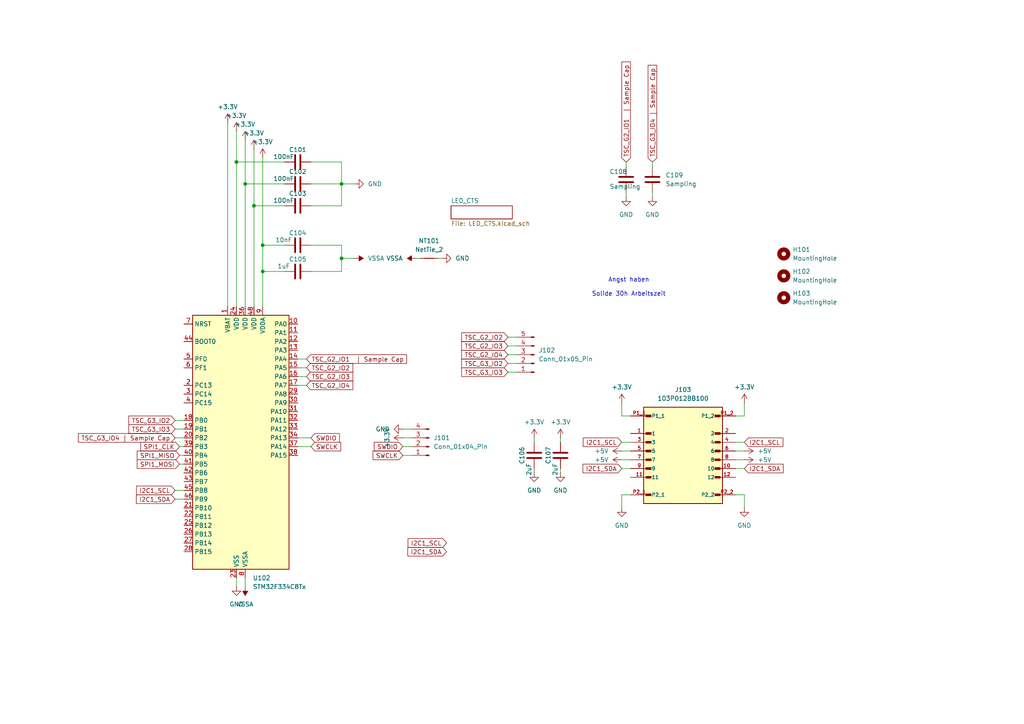
<source format=kicad_sch>
(kicad_sch (version 20231120) (generator "eeschema") (generator_version "8.0")
  (paper "A4")
  (lib_symbols
    (symbol "103P012BB100:103P012BB100" (pin_names (offset 1.016))
      (property "Reference" "J" (at -11.43 13.462 0))
      (property "Value" "103P012BB100" (at -11.43 -17.78 0))
      (symbol "103P012BB100_0_0"
        (rectangle (start -11.43 -15.24) (end 11.43 12.7) (stroke (width 0.254)) (fill (type background)))
        (rectangle (start -10.795 -13.0175) (end -9.2075 -12.3825) (stroke (width 0.1)) (fill (type outline)))
        (rectangle (start -10.795 -7.9375) (end -9.2075 -7.3025) (stroke (width 0.1)) (fill (type outline)))
        (rectangle (start -10.795 -5.3975) (end -9.2075 -4.7625) (stroke (width 0.1)) (fill (type outline)))
        (rectangle (start -10.795 -2.8575) (end -9.2075 -2.2225) (stroke (width 0.1)) (fill (type outline)))
        (rectangle (start -10.795 -0.3175) (end -9.2075 0.3175) (stroke (width 0.1)) (fill (type outline)))
        (rectangle (start -10.795 2.2225) (end -9.2075 2.8575) (stroke (width 0.1)) (fill (type outline)))
        (rectangle (start -10.795 4.7625) (end -9.2075 5.3975) (stroke (width 0.1)) (fill (type outline)))
        (rectangle (start -10.795 9.8425) (end -9.2075 10.4775) (stroke (width 0.1)) (fill (type outline)))
        (rectangle (start 9.2075 -13.0175) (end 10.795 -12.3825) (stroke (width 0.1)) (fill (type outline)))
        (rectangle (start 9.2075 -7.9375) (end 10.795 -7.3025) (stroke (width 0.1)) (fill (type outline)))
        (rectangle (start 9.2075 -5.3975) (end 10.795 -4.7625) (stroke (width 0.1)) (fill (type outline)))
        (rectangle (start 9.2075 -2.8575) (end 10.795 -2.2225) (stroke (width 0.1)) (fill (type outline)))
        (rectangle (start 9.2075 -0.3175) (end 10.795 0.3175) (stroke (width 0.1)) (fill (type outline)))
        (rectangle (start 9.2075 2.2225) (end 10.795 2.8575) (stroke (width 0.1)) (fill (type outline)))
        (rectangle (start 9.2075 4.7625) (end 10.795 5.3975) (stroke (width 0.1)) (fill (type outline)))
        (rectangle (start 9.2075 9.8425) (end 10.795 10.4775) (stroke (width 0.1)) (fill (type outline)))
        (pin passive line (at -15.24 5.08 0) (length 5.08) (name "1") (number "1"))
        (pin passive line (at 15.24 -5.08 180) (length 5.08) (name "10") (number "10"))
        (pin passive line (at -15.24 -7.62 0) (length 5.08) (name "11") (number "11"))
        (pin passive line (at 15.24 -7.62 180) (length 5.08) (name "12") (number "12"))
        (pin passive line (at 15.24 5.08 180) (length 5.08) (name "2") (number "2"))
        (pin passive line (at -15.24 2.54 0) (length 5.08) (name "3") (number "3"))
        (pin passive line (at 15.24 2.54 180) (length 5.08) (name "4") (number "4"))
        (pin passive line (at -15.24 0 0) (length 5.08) (name "5") (number "5"))
        (pin passive line (at 15.24 0 180) (length 5.08) (name "6") (number "6"))
        (pin passive line (at -15.24 -2.54 0) (length 5.08) (name "7") (number "7"))
        (pin passive line (at 15.24 -2.54 180) (length 5.08) (name "8") (number "8"))
        (pin passive line (at -15.24 -5.08 0) (length 5.08) (name "9") (number "9"))
        (pin power_in line (at -15.24 10.16 0) (length 5.08) (name "P1_1") (number "P1_1"))
        (pin power_in line (at 15.24 10.16 180) (length 5.08) (name "P1_2") (number "P1_2"))
        (pin power_in line (at -15.24 -12.7 0) (length 5.08) (name "P2_1") (number "P2_1"))
        (pin power_in line (at 15.24 -12.7 180) (length 5.08) (name "P2_2") (number "P2_2"))
      )
    )
    (symbol "Connector:Conn_01x04_Pin" (pin_names (offset 1.016) hide)
      (property "Reference" "J" (at 0 5.08 0))
      (property "Value" "Conn_01x04_Pin" (at 0 -7.62 0))
      (symbol "Conn_01x04_Pin_1_1"
        (polyline (pts (xy 1.27 -5.08) (xy 0.8636 -5.08)) (stroke (width 0.1524)))
        (polyline (pts (xy 1.27 -2.54) (xy 0.8636 -2.54)) (stroke (width 0.1524)))
        (polyline (pts (xy 1.27 0) (xy 0.8636 0)) (stroke (width 0.1524)))
        (polyline (pts (xy 1.27 2.54) (xy 0.8636 2.54)) (stroke (width 0.1524)))
        (rectangle (start 0.8636 -4.953) (end 0 -5.207) (stroke (width 0.1524)) (fill (type outline)))
        (rectangle (start 0.8636 -2.413) (end 0 -2.667) (stroke (width 0.1524)) (fill (type outline)))
        (rectangle (start 0.8636 0.127) (end 0 -0.127) (stroke (width 0.1524)) (fill (type outline)))
        (rectangle (start 0.8636 2.667) (end 0 2.413) (stroke (width 0.1524)) (fill (type outline)))
        (pin passive line (at 5.08 2.54 180) (length 3.81) (name "Pin_1") (number "1"))
        (pin passive line (at 5.08 0 180) (length 3.81) (name "Pin_2") (number "2"))
        (pin passive line (at 5.08 -2.54 180) (length 3.81) (name "Pin_3") (number "3"))
        (pin passive line (at 5.08 -5.08 180) (length 3.81) (name "Pin_4") (number "4"))
      )
    )
    (symbol "Connector:Conn_01x05_Pin" (pin_names (offset 1.016) hide)
      (property "Reference" "J" (at 0 7.62 0))
      (property "Value" "Conn_01x05_Pin" (at 0 -7.62 0))
      (symbol "Conn_01x05_Pin_1_1"
        (polyline (pts (xy 1.27 -5.08) (xy 0.8636 -5.08)) (stroke (width 0.1524)))
        (polyline (pts (xy 1.27 -2.54) (xy 0.8636 -2.54)) (stroke (width 0.1524)))
        (polyline (pts (xy 1.27 0) (xy 0.8636 0)) (stroke (width 0.1524)))
        (polyline (pts (xy 1.27 2.54) (xy 0.8636 2.54)) (stroke (width 0.1524)))
        (polyline (pts (xy 1.27 5.08) (xy 0.8636 5.08)) (stroke (width 0.1524)))
        (rectangle (start 0.8636 -4.953) (end 0 -5.207) (stroke (width 0.1524)) (fill (type outline)))
        (rectangle (start 0.8636 -2.413) (end 0 -2.667) (stroke (width 0.1524)) (fill (type outline)))
        (rectangle (start 0.8636 0.127) (end 0 -0.127) (stroke (width 0.1524)) (fill (type outline)))
        (rectangle (start 0.8636 2.667) (end 0 2.413) (stroke (width 0.1524)) (fill (type outline)))
        (rectangle (start 0.8636 5.207) (end 0 4.953) (stroke (width 0.1524)) (fill (type outline)))
        (pin passive line (at 5.08 5.08 180) (length 3.81) (name "Pin_1") (number "1"))
        (pin passive line (at 5.08 2.54 180) (length 3.81) (name "Pin_2") (number "2"))
        (pin passive line (at 5.08 0 180) (length 3.81) (name "Pin_3") (number "3"))
        (pin passive line (at 5.08 -2.54 180) (length 3.81) (name "Pin_4") (number "4"))
        (pin passive line (at 5.08 -5.08 180) (length 3.81) (name "Pin_5") (number "5"))
      )
    )
    (symbol "Device:C" (pin_numbers hide) (pin_names (offset 0.254))
      (property "Reference" "C" (at 0.635 2.54 0))
      (property "Value" "C" (at 0.635 -2.54 0))
      (symbol "C_0_1"
        (polyline (pts (xy -2.032 -0.762) (xy 2.032 -0.762)) (stroke (width 0.508)))
        (polyline (pts (xy -2.032 0.762) (xy 2.032 0.762)) (stroke (width 0.508)))
      )
      (symbol "C_1_1"
        (pin passive line (at 0 3.81 270) (length 2.794) (name "~") (number "1"))
        (pin passive line (at 0 -3.81 90) (length 2.794) (name "~") (number "2"))
      )
    )
    (symbol "Device:NetTie_2" (pin_numbers hide) (pin_names (offset 0) hide) (in_bom no)
      (property "Reference" "NT" (at 0 1.27 0))
      (property "Value" "NetTie_2" (at 0 -1.27 0))
      (symbol "NetTie_2_0_1"
        (polyline (pts (xy -1.27 0) (xy 1.27 0)) (stroke (width 0.254)))
      )
      (symbol "NetTie_2_1_1"
        (pin passive line (at -2.54 0 0) (length 2.54) (name "1") (number "1"))
        (pin passive line (at 2.54 0 180) (length 2.54) (name "2") (number "2"))
      )
    )
    (symbol "MCU_ST_STM32F3:STM32F334C8Tx"
      (property "Reference" "U" (at -12.7 39.37 0))
      (property "Value" "STM32F334C8Tx" (at 10.16 39.37 0))
      (symbol "STM32F334C8Tx_0_1"
        (rectangle (start -12.7 -35.56) (end 15.24 38.1) (stroke (width 0.254)) (fill (type background)))
      )
      (symbol "STM32F334C8Tx_1_1"
        (pin power_in line (at -2.54 40.64 270) (length 2.54) (name "VBAT") (number "1"))
        (pin bidirectional line (at 17.78 35.56 180) (length 2.54) (name "PA0") (number "10"))
        (pin bidirectional line (at 17.78 33.02 180) (length 2.54) (name "PA1") (number "11"))
        (pin bidirectional line (at 17.78 30.48 180) (length 2.54) (name "PA2") (number "12"))
        (pin bidirectional line (at 17.78 27.94 180) (length 2.54) (name "PA3") (number "13"))
        (pin bidirectional line (at 17.78 25.4 180) (length 2.54) (name "PA4") (number "14"))
        (pin bidirectional line (at 17.78 22.86 180) (length 2.54) (name "PA5") (number "15"))
        (pin bidirectional line (at 17.78 20.32 180) (length 2.54) (name "PA6") (number "16"))
        (pin bidirectional line (at 17.78 17.78 180) (length 2.54) (name "PA7") (number "17"))
        (pin bidirectional line (at -15.24 7.62 0) (length 2.54) (name "PB0") (number "18"))
        (pin bidirectional line (at -15.24 5.08 0) (length 2.54) (name "PB1") (number "19"))
        (pin bidirectional line (at -15.24 17.78 0) (length 2.54) (name "PC13") (number "2"))
        (pin bidirectional line (at -15.24 2.54 0) (length 2.54) (name "PB2") (number "20"))
        (pin bidirectional line (at -15.24 -17.78 0) (length 2.54) (name "PB10") (number "21"))
        (pin bidirectional line (at -15.24 -20.32 0) (length 2.54) (name "PB11") (number "22"))
        (pin power_in line (at 0 -38.1 90) (length 2.54) (name "VSS") (number "23"))
        (pin power_in line (at 0 40.64 270) (length 2.54) (name "VDD") (number "24"))
        (pin bidirectional line (at -15.24 -22.86 0) (length 2.54) (name "PB12") (number "25"))
        (pin bidirectional line (at -15.24 -25.4 0) (length 2.54) (name "PB13") (number "26"))
        (pin bidirectional line (at -15.24 -27.94 0) (length 2.54) (name "PB14") (number "27"))
        (pin bidirectional line (at -15.24 -30.48 0) (length 2.54) (name "PB15") (number "28"))
        (pin bidirectional line (at 17.78 15.24 180) (length 2.54) (name "PA8") (number "29"))
        (pin bidirectional line (at -15.24 15.24 0) (length 2.54) (name "PC14") (number "3"))
        (pin bidirectional line (at 17.78 12.7 180) (length 2.54) (name "PA9") (number "30"))
        (pin bidirectional line (at 17.78 10.16 180) (length 2.54) (name "PA10") (number "31"))
        (pin bidirectional line (at 17.78 7.62 180) (length 2.54) (name "PA11") (number "32"))
        (pin bidirectional line (at 17.78 5.08 180) (length 2.54) (name "PA12") (number "33"))
        (pin bidirectional line (at 17.78 2.54 180) (length 2.54) (name "PA13") (number "34"))
        (pin passive line (at 0 -38.1 90) (length 2.54) hide (name "VSS") (number "35"))
        (pin power_in line (at 2.54 40.64 270) (length 2.54) (name "VDD") (number "36"))
        (pin bidirectional line (at 17.78 0 180) (length 2.54) (name "PA14") (number "37"))
        (pin bidirectional line (at 17.78 -2.54 180) (length 2.54) (name "PA15") (number "38"))
        (pin bidirectional line (at -15.24 0 0) (length 2.54) (name "PB3") (number "39"))
        (pin bidirectional line (at -15.24 12.7 0) (length 2.54) (name "PC15") (number "4"))
        (pin bidirectional line (at -15.24 -2.54 0) (length 2.54) (name "PB4") (number "40"))
        (pin bidirectional line (at -15.24 -5.08 0) (length 2.54) (name "PB5") (number "41"))
        (pin bidirectional line (at -15.24 -7.62 0) (length 2.54) (name "PB6") (number "42"))
        (pin bidirectional line (at -15.24 -10.16 0) (length 2.54) (name "PB7") (number "43"))
        (pin input line (at -15.24 30.48 0) (length 2.54) (name "BOOT0") (number "44"))
        (pin bidirectional line (at -15.24 -12.7 0) (length 2.54) (name "PB8") (number "45"))
        (pin bidirectional line (at -15.24 -15.24 0) (length 2.54) (name "PB9") (number "46"))
        (pin passive line (at 0 -38.1 90) (length 2.54) hide (name "VSS") (number "47"))
        (pin power_in line (at 5.08 40.64 270) (length 2.54) (name "VDD") (number "48"))
        (pin bidirectional line (at -15.24 25.4 0) (length 2.54) (name "PF0") (number "5"))
        (pin bidirectional line (at -15.24 22.86 0) (length 2.54) (name "PF1") (number "6"))
        (pin input line (at -15.24 35.56 0) (length 2.54) (name "NRST") (number "7"))
        (pin power_in line (at 2.54 -38.1 90) (length 2.54) (name "VSSA") (number "8"))
        (pin power_in line (at 7.62 40.64 270) (length 2.54) (name "VDDA") (number "9"))
      )
    )
    (symbol "Mechanical:MountingHole" (pin_names (offset 1.016)) (exclude_from_sim yes) (in_bom no)
      (property "Reference" "H" (at 0 5.08 0))
      (property "Value" "MountingHole" (at 0 3.175 0))
      (symbol "MountingHole_0_1"
        (circle (center 0 0) (radius 1.27) (stroke (width 1.27)))
      )
    )
    (symbol "power:+3.3V" (power) (pin_numbers hide) (pin_names (offset 0) hide)
      (property "Value" "+3.3V" (at 0 3.556 0))
      (symbol "+3.3V_0_1"
        (polyline (pts (xy -0.762 1.27) (xy 0 2.54)))
        (polyline (pts (xy 0 0) (xy 0 2.54)))
        (polyline (pts (xy 0 2.54) (xy 0.762 1.27)))
      )
      (symbol "+3.3V_1_1"
        (pin power_in line (at 0 0 90) (length 0) (name "~") (number "1"))
      )
    )
    (symbol "power:+5V" (power) (pin_numbers hide) (pin_names (offset 0) hide)
      (property "Value" "+5V" (at 0 3.556 0))
      (symbol "+5V_0_1"
        (polyline (pts (xy -0.762 1.27) (xy 0 2.54)))
        (polyline (pts (xy 0 0) (xy 0 2.54)))
        (polyline (pts (xy 0 2.54) (xy 0.762 1.27)))
      )
      (symbol "+5V_1_1"
        (pin power_in line (at 0 0 90) (length 0) (name "~") (number "1"))
      )
    )
    (symbol "power:GND" (power) (pin_numbers hide) (pin_names (offset 0) hide)
      (property "Value" "GND" (at 0 -3.81 0))
      (symbol "GND_0_1"
        (polyline (pts (xy 0 0) (xy 0 -1.27) (xy 1.27 -1.27) (xy 0 -2.54) (xy -1.27 -1.27) (xy 0 -1.27)))
      )
      (symbol "GND_1_1"
        (pin power_in line (at 0 0 270) (length 0) (name "~") (number "1"))
      )
    )
    (symbol "power:VSSA" (power) (pin_numbers hide) (pin_names (offset 0) hide)
      (property "Value" "VSSA" (at 0 3.556 0))
      (symbol "VSSA_0_1"
        (polyline (pts (xy 0 0) (xy 0 2.54)))
        (polyline (pts (xy 0.762 1.27) (xy -0.762 1.27) (xy 0 2.54) (xy 0.762 1.27)) (fill (type outline)))
      )
      (symbol "VSSA_1_1"
        (pin power_in line (at 0 0 90) (length 0) (name "~") (number "1"))
      )
    )
  )
  (junction (at 71.12 53.34))
  (junction (at 73.66 59.69))
  (junction (at 99.06 74.93))
  (junction (at 76.2 78.74))
  (junction (at 76.2 71.12))
  (junction (at 99.06 53.34))
  (junction (at 68.58 46.99))
  (wire (pts (xy 71.12 170.18) (xy 71.12 167.64)))
  (wire (pts (xy 99.06 74.93) (xy 102.87 74.93)))
  (wire (pts (xy 50.8 127) (xy 53.34 127)))
  (wire (pts (xy 189.23 57.15) (xy 189.23 55.88)))
  (wire (pts (xy 128.27 74.93) (xy 127 74.93)))
  (wire (pts (xy 147.32 105.41) (xy 149.86 105.41)))
  (wire (pts (xy 52.07 132.08) (xy 53.34 132.08)))
  (wire (pts (xy 213.36 135.89) (xy 215.9 135.89)))
  (wire (pts (xy 88.9 109.22) (xy 86.36 109.22)))
  (wire (pts (xy 215.9 128.27) (xy 213.36 128.27)))
  (wire (pts (xy 162.56 135.89) (xy 162.56 137.16)))
  (wire (pts (xy 52.07 129.54) (xy 53.34 129.54)))
  (wire (pts (xy 50.8 144.78) (xy 53.34 144.78)))
  (wire (pts (xy 99.06 53.34) (xy 90.17 53.34)))
  (wire (pts (xy 215.9 120.65) (xy 215.9 116.84)))
  (wire (pts (xy 73.66 59.69) (xy 82.55 59.69)))
  (wire (pts (xy 180.34 116.84) (xy 180.34 120.65)))
  (wire (pts (xy 180.34 133.35) (xy 182.88 133.35)))
  (wire (pts (xy 116.84 127) (xy 119.38 127)))
  (wire (pts (xy 154.94 135.89) (xy 154.94 137.16)))
  (wire (pts (xy 120.65 74.93) (xy 121.92 74.93)))
  (wire (pts (xy 180.34 128.27) (xy 182.88 128.27)))
  (wire (pts (xy 50.8 124.46) (xy 53.34 124.46)))
  (wire (pts (xy 90.17 59.69) (xy 99.06 59.69)))
  (wire (pts (xy 73.66 43.18) (xy 73.66 59.69)))
  (wire (pts (xy 116.84 124.46) (xy 119.38 124.46)))
  (wire (pts (xy 215.9 147.32) (xy 215.9 143.51)))
  (wire (pts (xy 90.17 129.54) (xy 86.36 129.54)))
  (wire (pts (xy 52.07 134.62) (xy 53.34 134.62)))
  (wire (pts (xy 88.9 106.68) (xy 86.36 106.68)))
  (wire (pts (xy 99.06 78.74) (xy 99.06 74.93)))
  (wire (pts (xy 99.06 59.69) (xy 99.06 53.34)))
  (wire (pts (xy 90.17 71.12) (xy 99.06 71.12)))
  (wire (pts (xy 68.58 46.99) (xy 82.55 46.99)))
  (wire (pts (xy 181.61 46.99) (xy 181.61 48.26)))
  (wire (pts (xy 147.32 102.87) (xy 149.86 102.87)))
  (wire (pts (xy 116.84 129.54) (xy 119.38 129.54)))
  (wire (pts (xy 180.34 147.32) (xy 180.34 143.51)))
  (wire (pts (xy 66.04 35.56) (xy 66.04 88.9)))
  (wire (pts (xy 99.06 74.93) (xy 99.06 71.12)))
  (wire (pts (xy 71.12 53.34) (xy 71.12 88.9)))
  (wire (pts (xy 147.32 100.33) (xy 149.86 100.33)))
  (wire (pts (xy 88.9 111.76) (xy 86.36 111.76)))
  (wire (pts (xy 116.84 132.08) (xy 119.38 132.08)))
  (wire (pts (xy 90.17 78.74) (xy 99.06 78.74)))
  (wire (pts (xy 162.56 127) (xy 162.56 128.27)))
  (wire (pts (xy 215.9 133.35) (xy 213.36 133.35)))
  (wire (pts (xy 50.8 121.92) (xy 53.34 121.92)))
  (wire (pts (xy 90.17 127) (xy 86.36 127)))
  (wire (pts (xy 71.12 40.64) (xy 71.12 53.34)))
  (wire (pts (xy 76.2 78.74) (xy 82.55 78.74)))
  (wire (pts (xy 99.06 46.99) (xy 99.06 53.34)))
  (wire (pts (xy 189.23 46.99) (xy 189.23 48.26)))
  (wire (pts (xy 76.2 78.74) (xy 76.2 88.9)))
  (wire (pts (xy 73.66 59.69) (xy 73.66 88.9)))
  (wire (pts (xy 180.34 135.89) (xy 182.88 135.89)))
  (wire (pts (xy 213.36 120.65) (xy 215.9 120.65)))
  (wire (pts (xy 90.17 46.99) (xy 99.06 46.99)))
  (wire (pts (xy 76.2 45.72) (xy 76.2 71.12)))
  (wire (pts (xy 147.32 97.79) (xy 149.86 97.79)))
  (wire (pts (xy 180.34 143.51) (xy 182.88 143.51)))
  (wire (pts (xy 71.12 53.34) (xy 82.55 53.34)))
  (wire (pts (xy 180.34 130.81) (xy 182.88 130.81)))
  (wire (pts (xy 68.58 167.64) (xy 68.58 170.18)))
  (wire (pts (xy 68.58 38.1) (xy 68.58 46.99)))
  (wire (pts (xy 88.9 104.14) (xy 86.36 104.14)))
  (wire (pts (xy 50.8 142.24) (xy 53.34 142.24)))
  (wire (pts (xy 180.34 120.65) (xy 182.88 120.65)))
  (wire (pts (xy 68.58 46.99) (xy 68.58 88.9)))
  (wire (pts (xy 76.2 71.12) (xy 76.2 78.74)))
  (wire (pts (xy 181.61 55.88) (xy 181.61 57.15)))
  (wire (pts (xy 215.9 143.51) (xy 213.36 143.51)))
  (wire (pts (xy 99.06 53.34) (xy 102.87 53.34)))
  (wire (pts (xy 76.2 71.12) (xy 82.55 71.12)))
  (wire (pts (xy 215.9 130.81) (xy 213.36 130.81)))
  (wire (pts (xy 147.32 107.95) (xy 149.86 107.95)))
  (wire (pts (xy 154.94 127) (xy 154.94 128.27)))
  (image (at 330.2 82.55))
  (text "Angst haben\n\nSolide 30h Arbeitszeit" (at 182.372 83.312 0) (effects (font (size 1.27 1.27))))
  (global_label "TSC_G2_IO1  | Sample Cap" (shape input) (at 88.9 104.14 0) (property "Intersheetrefs" "${INTERSHEET_REFS}" (effects (hide yes))))
  (global_label "TSC_G3_IO3" (shape input) (at 50.8 124.46 180) (property "Intersheetrefs" "${INTERSHEET_REFS}" (effects (hide yes))))
  (global_label "TSC_G2_IO2" (shape input) (at 88.9 106.68 0) (property "Intersheetrefs" "${INTERSHEET_REFS}" (effects (hide yes))))
  (global_label "I2C1_SDA" (shape input) (at 129.54 160.02 180) (property "Intersheetrefs" "${INTERSHEET_REFS}" (effects (hide yes))))
  (global_label "I2C1_SDA" (shape input) (at 50.8 144.78 180) (property "Intersheetrefs" "${INTERSHEET_REFS}" (effects (hide yes))))
  (global_label "I2C1_SCL" (shape input) (at 180.34 128.27 180) (property "Intersheetrefs" "${INTERSHEET_REFS}" (effects (hide yes))))
  (global_label "I2C1_SCL" (shape input) (at 50.8 142.24 180) (property "Intersheetrefs" "${INTERSHEET_REFS}" (effects (hide yes))))
  (global_label "SWCLK" (shape input) (at 116.84 132.08 180) (property "Intersheetrefs" "${INTERSHEET_REFS}" (effects (hide yes))))
  (global_label "TSC_G2_IO3" (shape input) (at 88.9 109.22 0) (property "Intersheetrefs" "${INTERSHEET_REFS}" (effects (hide yes))))
  (global_label "TSC_G2_IO3" (shape input) (at 147.32 100.33 180) (property "Intersheetrefs" "${INTERSHEET_REFS}" (effects (hide yes))))
  (global_label "SPI1_CLK" (shape input) (at 52.07 129.54 180) (property "Intersheetrefs" "${INTERSHEET_REFS}" (effects (hide yes))))
  (global_label "I2C1_SCL" (shape input) (at 129.54 157.48 180) (property "Intersheetrefs" "${INTERSHEET_REFS}" (effects (hide yes))))
  (global_label "TSC_G3_IO2" (shape input) (at 147.32 105.41 180) (property "Intersheetrefs" "${INTERSHEET_REFS}" (effects (hide yes))))
  (global_label "I2C1_SDA" (shape input) (at 180.34 135.89 180) (property "Intersheetrefs" "${INTERSHEET_REFS}" (effects (hide yes))))
  (global_label "TSC_G3_IO4 | Sample Cap" (shape input) (at 189.23 46.99 90) (property "Intersheetrefs" "${INTERSHEET_REFS}" (effects (hide yes))))
  (global_label "TSC_G3_IO4 | Sample Cap" (shape input) (at 50.8 127 180) (property "Intersheetrefs" "${INTERSHEET_REFS}" (effects (hide yes))))
  (global_label "I2C1_SDA" (shape input) (at 215.9 135.89 0) (property "Intersheetrefs" "${INTERSHEET_REFS}" (effects (hide yes))))
  (global_label "TSC_G2_IO4" (shape input) (at 88.9 111.76 0) (property "Intersheetrefs" "${INTERSHEET_REFS}" (effects (hide yes))))
  (global_label "TSC_G2_IO2" (shape input) (at 147.32 97.79 180) (property "Intersheetrefs" "${INTERSHEET_REFS}" (effects (hide yes))))
  (global_label "TSC_G2_IO1  | Sample Cap" (shape input) (at 181.61 46.99 90) (property "Intersheetrefs" "${INTERSHEET_REFS}" (effects (hide yes))))
  (global_label "TSC_G2_IO4" (shape input) (at 147.32 102.87 180) (property "Intersheetrefs" "${INTERSHEET_REFS}" (effects (hide yes))))
  (global_label "TSC_G3_IO2" (shape input) (at 50.8 121.92 180) (property "Intersheetrefs" "${INTERSHEET_REFS}" (effects (hide yes))))
  (global_label "I2C1_SCL" (shape input) (at 215.9 128.27 0) (property "Intersheetrefs" "${INTERSHEET_REFS}" (effects (hide yes))))
  (global_label "SPI1_MOSI" (shape input) (at 52.07 134.62 180) (property "Intersheetrefs" "${INTERSHEET_REFS}" (effects (hide yes))))
  (global_label "SWCLK" (shape input) (at 90.17 129.54 0) (property "Intersheetrefs" "${INTERSHEET_REFS}" (effects (hide yes))))
  (global_label "SWDIO" (shape input) (at 90.17 127 0) (property "Intersheetrefs" "${INTERSHEET_REFS}" (effects (hide yes))))
  (global_label "TSC_G3_IO3" (shape input) (at 147.32 107.95 180) (property "Intersheetrefs" "${INTERSHEET_REFS}" (effects (hide yes))))
  (global_label "SWDIO" (shape input) (at 116.84 129.54 180) (property "Intersheetrefs" "${INTERSHEET_REFS}" (effects (hide yes))))
  (global_label "SPI1_MISO" (shape input) (at 52.07 132.08 180) (property "Intersheetrefs" "${INTERSHEET_REFS}" (effects (hide yes))))
  (symbol (lib_id "Device:C") (at 189.23 52.07 0) (unit 1)
    (property "Reference" "C109" (at 193.04 50.7999 0) (effects (justify left)))
    (property "Value" "Sampling" (at 193.04 53.3399 0) (effects (justify left)))
    (property "Footprint" "Capacitor_SMD:C_0805_2012Metric" (effects (hide yes)))
    (property "Description" "Unpolarized capacitor" (effects (hide yes)))
  )
  (symbol (lib_id "power:GND") (at 128.27 74.93 90) (unit 1)
    (property "Reference" "#PWR0113" (effects (hide yes)))
    (property "Value" "GND" (at 132.08 74.9299 90) (effects (justify right)))
    (property "Description" "Power symbol creates a global label with name \"GND\" , ground" (effects (hide yes)))
  )
  (symbol (lib_id "power:VSSA") (at 102.87 74.93 270) (unit 1)
    (property "Reference" "#PWR0109" (effects (hide yes)))
    (property "Value" "VSSA" (at 106.68 74.9299 90) (effects (justify left)))
    (property "Description" "Power symbol creates a global label with name \"VSSA\"" (effects (hide yes)))
  )
  (symbol (lib_id "power:VSSA") (at 71.12 170.18 180) (unit 1)
    (property "Reference" "#PWR0105" (effects (hide yes)))
    (property "Value" "VSSA" (at 71.12 175.26 0))
    (property "Description" "Power symbol creates a global label with name \"VSSA\"" (effects (hide yes)))
  )
  (symbol (lib_id "103P012BB100:103P012BB100") (at 198.12 130.81 0) (unit 1)
    (property "Reference" "J103" (at 198.12 113.03 0))
    (property "Value" "103P012BB100" (at 198.12 115.57 0))
    (property "Footprint" "103P012BB100:AMPHENOL_103P012BB100" (effects (hide yes)))
    (property "PARTREV" "X4" (effects (hide yes)))
    (property "STANDARD" "Manufacturer Recommendations" (effects (hide yes)))
    (property "MAXIMUM_PACKAGE_HEIGHT" "0.545mm" (effects (hide yes)))
    (property "MANUFACTURER" "Amphenol" (effects (hide yes)))
  )
  (symbol (lib_id "power:VSSA") (at 120.65 74.93 90) (unit 1)
    (property "Reference" "#PWR0112" (effects (hide yes)))
    (property "Value" "VSSA" (at 116.84 74.9299 90) (effects (justify left)))
    (property "Description" "Power symbol creates a global label with name \"VSSA\"" (effects (hide yes)))
  )
  (symbol (lib_id "power:GND") (at 154.94 137.16 0) (unit 1)
    (property "Reference" "#PWR0115" (effects (hide yes)))
    (property "Value" "GND" (at 154.94 142.24 0))
    (property "Description" "Power symbol creates a global label with name \"GND\" , ground" (effects (hide yes)))
  )
  (symbol (lib_id "Device:C") (at 86.36 59.69 90) (unit 1)
    (property "Reference" "C103" (at 86.36 56.134 90))
    (property "Value" "100nF" (at 82.296 58.166 90))
    (property "Footprint" "Capacitor_SMD:C_0603_1608Metric" (effects (hide yes)))
    (property "Description" "Unpolarized capacitor" (effects (hide yes)))
  )
  (symbol (lib_id "Mechanical:MountingHole") (at 227.33 86.36 0) (unit 1) (exclude_from_sim yes) (in_bom no)
    (property "Reference" "H103" (at 229.87 85.0899 0) (effects (justify left)))
    (property "Value" "MountingHole" (at 229.87 87.6299 0) (effects (justify left)))
    (property "Footprint" "MountingHole:MountingHole_2.2mm_M2" (effects (hide yes)))
    (property "Description" "Mounting Hole without connection" (effects (hide yes)))
  )
  (symbol (lib_id "power:+3.3V") (at 215.9 116.84 0) (unit 1)
    (property "Reference" "#PWR0124" (effects (hide yes)))
    (property "Value" "+3.3V" (at 215.9 112.268 0))
    (property "Description" "Power symbol creates a global label with name \"+3.3V\"" (effects (hide yes)))
  )
  (symbol (lib_id "power:+5V") (at 215.9 133.35 270) (unit 1)
    (property "Reference" "#PWR0126" (effects (hide yes)))
    (property "Value" "+5V" (at 219.71 133.3499 90) (effects (justify left)))
    (property "Description" "Power symbol creates a global label with name \"+5V\"" (effects (hide yes)))
  )
  (symbol (lib_id "Device:C") (at 86.36 53.34 90) (unit 1)
    (property "Reference" "C102" (at 86.36 49.784 90))
    (property "Value" "100nF" (at 82.296 51.816 90))
    (property "Footprint" "Capacitor_SMD:C_0603_1608Metric" (effects (hide yes)))
    (property "Description" "Unpolarized capacitor" (effects (hide yes)))
  )
  (symbol (lib_id "power:GND") (at 215.9 147.32 0) (unit 1)
    (property "Reference" "#PWR0127" (effects (hide yes)))
    (property "Value" "GND" (at 215.9 152.4 0))
    (property "Description" "Power symbol creates a global label with name \"GND\" , ground" (effects (hide yes)))
  )
  (symbol (lib_id "Device:C") (at 181.61 52.07 0) (unit 1)
    (property "Reference" "C108" (at 176.784 49.784 0) (effects (justify left)))
    (property "Value" "Sampling" (at 176.784 54.102 0) (effects (justify left)))
    (property "Footprint" "Capacitor_SMD:C_0805_2012Metric" (effects (hide yes)))
    (property "Description" "Unpolarized capacitor" (effects (hide yes)))
  )
  (symbol (lib_id "power:+3.3V") (at 154.94 127 0) (unit 1)
    (property "Reference" "#PWR0114" (effects (hide yes)))
    (property "Value" "+3.3V" (at 154.94 122.428 0))
    (property "Description" "Power symbol creates a global label with name \"+3.3V\"" (effects (hide yes)))
  )
  (symbol (lib_id "power:GND") (at 116.84 124.46 270) (unit 1)
    (property "Reference" "#PWR0110" (effects (hide yes)))
    (property "Value" "GND" (at 113.03 124.4599 90) (effects (justify right)))
    (property "Description" "Power symbol creates a global label with name \"GND\" , ground" (effects (hide yes)))
  )
  (symbol (lib_id "power:+3.3V") (at 66.04 35.56 0) (unit 1)
    (property "Reference" "#PWR0101" (effects (hide yes)))
    (property "Value" "+3.3V" (at 66.04 30.988 0))
    (property "Description" "Power symbol creates a global label with name \"+3.3V\"" (effects (hide yes)))
  )
  (symbol (lib_id "Device:C") (at 154.94 132.08 180) (unit 1)
    (property "Reference" "C106" (at 151.384 132.08 90))
    (property "Value" "2uF" (at 153.416 136.144 90))
    (property "Footprint" "Capacitor_SMD:C_0603_1608Metric" (effects (hide yes)))
    (property "Description" "Unpolarized capacitor" (effects (hide yes)))
  )
  (symbol (lib_id "Device:C") (at 86.36 78.74 90) (unit 1)
    (property "Reference" "C105" (at 86.36 75.184 90))
    (property "Value" "1uF" (at 82.296 77.216 90))
    (property "Footprint" "Capacitor_SMD:C_0603_1608Metric" (effects (hide yes)))
    (property "Description" "Unpolarized capacitor" (effects (hide yes)))
  )
  (symbol (lib_id "power:+3.3V") (at 73.66 43.18 0) (unit 1)
    (property "Reference" "#PWR0106" (effects (hide yes)))
    (property "Value" "+3.3V" (at 73.66 38.608 0))
    (property "Description" "Power symbol creates a global label with name \"+3.3V\"" (effects (hide yes)))
  )
  (symbol (lib_id "power:GND") (at 180.34 147.32 0) (unit 1)
    (property "Reference" "#PWR0121" (effects (hide yes)))
    (property "Value" "GND" (at 180.34 152.4 0))
    (property "Description" "Power symbol creates a global label with name \"GND\" , ground" (effects (hide yes)))
  )
  (symbol (lib_id "power:GND") (at 162.56 137.16 0) (unit 1)
    (property "Reference" "#PWR0117" (effects (hide yes)))
    (property "Value" "GND" (at 162.56 142.24 0))
    (property "Description" "Power symbol creates a global label with name \"GND\" , ground" (effects (hide yes)))
  )
  (symbol (lib_id "power:GND") (at 102.87 53.34 90) (unit 1)
    (property "Reference" "#PWR0108" (effects (hide yes)))
    (property "Value" "GND" (at 106.68 53.3399 90) (effects (justify right)))
    (property "Description" "Power symbol creates a global label with name \"GND\" , ground" (effects (hide yes)))
  )
  (symbol (lib_id "power:+3.3V") (at 180.34 116.84 0) (unit 1)
    (property "Reference" "#PWR0118" (effects (hide yes)))
    (property "Value" "+3.3V" (at 180.34 112.268 0))
    (property "Description" "Power symbol creates a global label with name \"+3.3V\"" (effects (hide yes)))
  )
  (symbol (lib_id "power:+5V") (at 180.34 130.81 90) (unit 1)
    (property "Reference" "#PWR0119" (effects (hide yes)))
    (property "Value" "+5V" (at 176.53 130.8099 90) (effects (justify left)))
    (property "Description" "Power symbol creates a global label with name \"+5V\"" (effects (hide yes)))
  )
  (symbol (lib_id "Device:C") (at 86.36 71.12 90) (unit 1)
    (property "Reference" "C104" (at 86.36 67.564 90))
    (property "Value" "10nF" (at 82.296 69.596 90))
    (property "Footprint" "Capacitor_SMD:C_0402_1005Metric" (effects (hide yes)))
    (property "Description" "Unpolarized capacitor" (effects (hide yes)))
  )
  (symbol (lib_id "Device:NetTie_2") (at 124.46 74.93 0) (unit 1) (in_bom no)
    (property "Reference" "NT101" (at 124.46 69.85 0))
    (property "Value" "NetTie_2" (at 124.46 72.39 0))
    (property "Footprint" "NetTie_Custom:NetTie-2_SMD_Pad0.25mm" (effects (hide yes)))
    (property "Description" "Net tie, 2 pins" (effects (hide yes)))
  )
  (symbol (lib_id "power:+3.3V") (at 116.84 127 90) (unit 1)
    (property "Reference" "#PWR0111" (effects (hide yes)))
    (property "Value" "+3.3V" (at 112.268 127 0))
    (property "Description" "Power symbol creates a global label with name \"+3.3V\"" (effects (hide yes)))
  )
  (symbol (lib_id "power:+5V") (at 180.34 133.35 90) (unit 1)
    (property "Reference" "#PWR0120" (effects (hide yes)))
    (property "Value" "+5V" (at 176.53 133.3499 90) (effects (justify left)))
    (property "Description" "Power symbol creates a global label with name \"+5V\"" (effects (hide yes)))
  )
  (symbol (lib_id "Connector:Conn_01x05_Pin") (at 154.94 102.87 180) (unit 1)
    (property "Reference" "J102" (at 156.21 101.5999 0) (effects (justify right)))
    (property "Value" "Conn_01x05_Pin" (at 156.21 104.1399 0) (effects (justify right)))
    (property "Footprint" "CDSB_4x1:TSL_5" (effects (hide yes)))
    (property "Description" "Generic connector, single row, 01x05, script generated" (effects (hide yes)))
  )
  (symbol (lib_id "Mechanical:MountingHole") (at 227.33 80.01 0) (unit 1) (exclude_from_sim yes) (in_bom no)
    (property "Reference" "H102" (at 229.87 78.7399 0) (effects (justify left)))
    (property "Value" "MountingHole" (at 229.87 81.2799 0) (effects (justify left)))
    (property "Footprint" "MountingHole:MountingHole_2.2mm_M2" (effects (hide yes)))
    (property "Description" "Mounting Hole without connection" (effects (hide yes)))
  )
  (symbol (lib_id "Connector:Conn_01x04_Pin") (at 124.46 129.54 180) (unit 1)
    (property "Reference" "J101" (at 125.73 126.9999 0) (effects (justify right)))
    (property "Value" "Conn_01x04_Pin" (at 125.73 129.5399 0) (effects (justify right)))
    (property "Footprint" "PogoPin_01x04:PogoPin_01x04 wout holes" (effects (hide yes)))
    (property "Description" "Generic connector, single row, 01x04, script generated" (effects (hide yes)))
  )
  (symbol (lib_id "MCU_ST_STM32F3:STM32F334C8Tx") (at 68.58 129.54 0) (unit 1)
    (property "Reference" "U102" (at 73.3141 167.64 0) (effects (justify left)))
    (property "Value" "STM32F334C8Tx" (at 73.3141 170.18 0) (effects (justify left)))
    (property "Footprint" "Package_QFP:LQFP-48_7x7mm_P0.5mm" (effects (hide yes)))
    (property "Datasheet" "https://www.st.com/resource/en/datasheet/stm32f334c8.pdf" (effects (hide yes)))
    (property "Description" "STMicroelectronics Arm Cortex-M4 MCU, 64KB flash, 16KB RAM, 72 MHz, 2.0-3.6V, 37 GPIO, LQFP48" (effects (hide yes)))
  )
  (symbol (lib_id "power:+3.3V") (at 76.2 45.72 0) (unit 1)
    (property "Reference" "#PWR0107" (effects (hide yes)))
    (property "Value" "+3.3V" (at 76.2 41.148 0))
    (property "Description" "Power symbol creates a global label with name \"+3.3V\"" (effects (hide yes)))
  )
  (symbol (lib_id "power:GND") (at 68.58 170.18 0) (unit 1)
    (property "Reference" "#PWR0103" (effects (hide yes)))
    (property "Value" "GND" (at 68.58 175.26 0))
    (property "Description" "Power symbol creates a global label with name \"GND\" , ground" (effects (hide yes)))
  )
  (symbol (lib_id "Device:C") (at 162.56 132.08 180) (unit 1)
    (property "Reference" "C107" (at 159.004 132.08 90))
    (property "Value" "2uF" (at 161.036 136.144 90))
    (property "Footprint" "Capacitor_SMD:C_0603_1608Metric" (effects (hide yes)))
    (property "Description" "Unpolarized capacitor" (effects (hide yes)))
  )
  (symbol (lib_id "Mechanical:MountingHole") (at 227.33 73.66 0) (unit 1) (exclude_from_sim yes) (in_bom no)
    (property "Reference" "H101" (at 229.87 72.3899 0) (effects (justify left)))
    (property "Value" "MountingHole" (at 229.87 74.9299 0) (effects (justify left)))
    (property "Footprint" "MountingHole:MountingHole_2.2mm_M2" (effects (hide yes)))
    (property "Description" "Mounting Hole without connection" (effects (hide yes)))
  )
  (symbol (lib_id "power:+3.3V") (at 68.58 38.1 0) (unit 1)
    (property "Reference" "#PWR0102" (effects (hide yes)))
    (property "Value" "+3.3V" (at 68.58 33.528 0))
    (property "Description" "Power symbol creates a global label with name \"+3.3V\"" (effects (hide yes)))
  )
  (symbol (lib_id "power:+3.3V") (at 162.56 127 0) (unit 1)
    (property "Reference" "#PWR0116" (effects (hide yes)))
    (property "Value" "+3.3V" (at 162.56 122.428 0))
    (property "Description" "Power symbol creates a global label with name \"+3.3V\"" (effects (hide yes)))
  )
  (symbol (lib_id "power:GND") (at 189.23 57.15 0) (unit 1)
    (property "Reference" "#PWR0123" (effects (hide yes)))
    (property "Value" "GND" (at 189.23 62.23 0))
    (property "Description" "Power symbol creates a global label with name \"GND\" , ground" (effects (hide yes)))
  )
  (symbol (lib_id "Device:C") (at 86.36 46.99 90) (unit 1)
    (property "Reference" "C101" (at 86.36 43.434 90))
    (property "Value" "100nF" (at 82.296 45.466 90))
    (property "Footprint" "Capacitor_SMD:C_0603_1608Metric" (effects (hide yes)))
    (property "Description" "Unpolarized capacitor" (effects (hide yes)))
  )
  (symbol (lib_id "power:GND") (at 181.61 57.15 0) (unit 1)
    (property "Reference" "#PWR0122" (effects (hide yes)))
    (property "Value" "GND" (at 181.61 62.23 0))
    (property "Description" "Power symbol creates a global label with name \"GND\" , ground" (effects (hide yes)))
  )
  (symbol (lib_id "power:+5V") (at 215.9 130.81 270) (unit 1)
    (property "Reference" "#PWR0125" (effects (hide yes)))
    (property "Value" "+5V" (at 219.71 130.8099 90) (effects (justify left)))
    (property "Description" "Power symbol creates a global label with name \"+5V\"" (effects (hide yes)))
  )
  (symbol (lib_id "power:+3.3V") (at 71.12 40.64 0) (unit 1)
    (property "Reference" "#PWR0104" (effects (hide yes)))
    (property "Value" "+3.3V" (at 71.12 36.068 0))
    (property "Description" "Power symbol creates a global label with name \"+3.3V\"" (effects (hide yes)))
  )
  (sheet (at 130.81 59.69) (size 17.78 3.81) (stroke (width 0.1524))
    (property "Sheetname" "LED_CTS" (at 130.81 58.9784 0) (effects (justify left bottom)))
    (property "Sheetfile" "LED_CTS.kicad_sch" (at 130.81 64.0846 0) (effects (justify left top)))
  )
)
</source>
